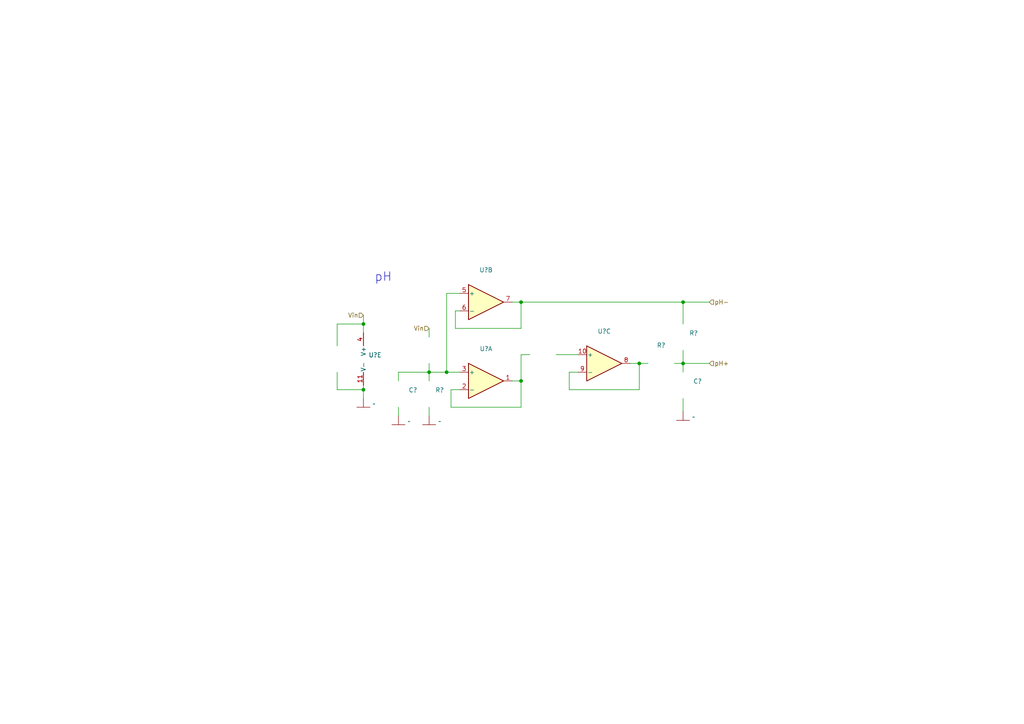
<source format=kicad_sch>
(kicad_sch (version 20211123) (generator eeschema)
  (paper "A4")
  (lib_symbols
    (symbol "Bertha_main-eagle-import:GND" (power) (pin_names (offset 1.016))
      (property "Value" "GND" (at -1.651 -2.54 0))
      (symbol "GND_1_0"
        (polyline (pts (xy -1.905 0) (xy 1.905 0)))
        (pin power_in line (at 0 2.54 270) (length 2.54) (name "GND") (number "1"))
      )
    )
    (symbol "Bertha_main-eagle-import:TLV6004PW" (pin_names (offset 0.127))
      (property "Reference" "U" (at 0 5.08 0))
      (property "Value" "TLV6004PW" (at 0 -5.08 0))
      (symbol "TLV6004PW_1_1"
        (polyline (pts (xy -5.08 5.08) (xy 5.08 0) (xy -5.08 -5.08) (xy -5.08 5.08)) (stroke (width 0.254)) (fill (type background)))
        (pin output line (at 7.62 0 180) (length 2.54) (name "~") (number "1"))
        (pin input line (at -7.62 -2.54 0) (length 2.54) (name "-") (number "2"))
        (pin input line (at -7.62 2.54 0) (length 2.54) (name "+") (number "3"))
      )
      (symbol "TLV6004PW_2_1"
        (polyline (pts (xy -5.08 5.08) (xy 5.08 0) (xy -5.08 -5.08) (xy -5.08 5.08)) (stroke (width 0.254)) (fill (type background)))
        (pin input line (at -7.62 2.54 0) (length 2.54) (name "+") (number "5"))
        (pin input line (at -7.62 -2.54 0) (length 2.54) (name "-") (number "6"))
        (pin output line (at 7.62 0 180) (length 2.54) (name "~") (number "7"))
      )
      (symbol "TLV6004PW_3_1"
        (polyline (pts (xy -5.08 5.08) (xy 5.08 0) (xy -5.08 -5.08) (xy -5.08 5.08)) (stroke (width 0.254)) (fill (type background)))
        (pin input line (at -7.62 2.54 0) (length 2.54) (name "+") (number "10"))
        (pin output line (at 7.62 0 180) (length 2.54) (name "~") (number "8"))
        (pin input line (at -7.62 -2.54 0) (length 2.54) (name "-") (number "9"))
      )
      (symbol "TLV6004PW_4_1"
        (polyline (pts (xy -5.08 5.08) (xy 5.08 0) (xy -5.08 -5.08) (xy -5.08 5.08)) (stroke (width 0.254)) (fill (type background)))
        (pin input line (at -7.62 2.54 0) (length 2.54) (name "+") (number "12"))
        (pin input line (at -7.62 -2.54 0) (length 2.54) (name "-") (number "13"))
        (pin output line (at 7.62 0 180) (length 2.54) (name "~") (number "14"))
      )
      (symbol "TLV6004PW_5_1"
        (pin power_in line (at -2.54 -7.62 90) (length 3.81) (name "V-") (number "11"))
        (pin power_in line (at -2.54 7.62 270) (length 3.81) (name "V+") (number "4"))
      )
    )
  )
  (junction (at 151.13 87.63))
  (junction (at 151.13 110.49))
  (junction (at 124.46 107.95))
  (junction (at 198.12 87.63))
  (junction (at 185.42 105.41))
  (junction (at 198.12 105.41))
  (junction (at 105.41 113.03))
  (junction (at 105.41 93.98))
  (junction (at 129.54 107.95))
  (wire (pts (xy 124.46 107.95) (xy 129.54 107.95)))
  (wire (pts (xy 151.13 87.63) (xy 198.12 87.63)))
  (wire (pts (xy 105.41 93.98) (xy 105.41 91.44)))
  (wire (pts (xy 151.13 102.87) (xy 151.13 110.49)))
  (wire (pts (xy 205.74 87.63) (xy 198.12 87.63)))
  (wire (pts (xy 187.96 105.41) (xy 185.42 105.41)))
  (wire (pts (xy 97.79 93.98) (xy 97.79 100.33)))
  (wire (pts (xy 115.57 120.65) (xy 115.57 118.11)))
  (wire (pts (xy 165.1 113.03) (xy 185.42 113.03)))
  (wire (pts (xy 105.41 93.98) (xy 97.79 93.98)))
  (wire (pts (xy 133.35 90.17) (xy 132.08 90.17)))
  (wire (pts (xy 198.12 105.41) (xy 198.12 107.95)))
  (wire (pts (xy 129.54 85.09) (xy 129.54 107.95)))
  (wire (pts (xy 185.42 105.41) (xy 182.88 105.41)))
  (wire (pts (xy 97.79 107.95) (xy 97.79 113.03)))
  (wire (pts (xy 124.46 105.41) (xy 124.46 107.95)))
  (wire (pts (xy 132.08 90.17) (xy 132.08 95.25)))
  (wire (pts (xy 105.41 115.57) (xy 105.41 113.03)))
  (wire (pts (xy 167.64 102.87) (xy 161.29 102.87)))
  (wire (pts (xy 198.12 101.6) (xy 198.12 105.41)))
  (wire (pts (xy 153.67 102.87) (xy 151.13 102.87)))
  (wire (pts (xy 198.12 115.57) (xy 198.12 119.38)))
  (wire (pts (xy 130.81 118.11) (xy 151.13 118.11)))
  (wire (pts (xy 124.46 97.79) (xy 124.46 95.25)))
  (wire (pts (xy 151.13 110.49) (xy 148.59 110.49)))
  (wire (pts (xy 124.46 120.65) (xy 124.46 118.11)))
  (wire (pts (xy 185.42 113.03) (xy 185.42 105.41)))
  (wire (pts (xy 133.35 113.03) (xy 130.81 113.03)))
  (wire (pts (xy 130.81 113.03) (xy 130.81 118.11)))
  (wire (pts (xy 132.08 95.25) (xy 151.13 95.25)))
  (wire (pts (xy 133.35 85.09) (xy 129.54 85.09)))
  (wire (pts (xy 105.41 113.03) (xy 105.41 111.76)))
  (wire (pts (xy 97.79 113.03) (xy 105.41 113.03)))
  (wire (pts (xy 195.58 105.41) (xy 198.12 105.41)))
  (wire (pts (xy 115.57 107.95) (xy 124.46 107.95)))
  (wire (pts (xy 198.12 87.63) (xy 198.12 93.98)))
  (wire (pts (xy 151.13 95.25) (xy 151.13 87.63)))
  (wire (pts (xy 105.41 96.52) (xy 105.41 93.98)))
  (wire (pts (xy 115.57 110.49) (xy 115.57 107.95)))
  (wire (pts (xy 151.13 87.63) (xy 148.59 87.63)))
  (wire (pts (xy 151.13 118.11) (xy 151.13 110.49)))
  (wire (pts (xy 124.46 107.95) (xy 124.46 110.49)))
  (wire (pts (xy 167.64 107.95) (xy 165.1 107.95)))
  (wire (pts (xy 129.54 107.95) (xy 133.35 107.95)))
  (wire (pts (xy 205.74 105.41) (xy 198.12 105.41)))
  (wire (pts (xy 165.1 107.95) (xy 165.1 113.03)))
  (text "pH" (at 108.585 81.915 0) (effects (font (size 2.54 2.54)) (justify left bottom)))
  (hierarchical_label "Vin" (shape input) (at 105.41 91.44 180))
  (hierarchical_label "Vin" (shape input) (at 124.46 95.25 180))
  (hierarchical_label "pH+" (shape input) (at 205.74 105.41 0))
  (hierarchical_label "pH-" (shape input) (at 205.74 87.63 0))
  (symbol (lib_id "Bertha_main-eagle-import:TLV6004PW") (at 140.97 87.63 0) (unit 2)
    (property "Reference" "U?" (at 140.97 78.3082 0))
    (property "Datasheet" "http://www.ti.com/lit/ds/symlink/tlv9004.pdf" (effects hide))
  )
  (symbol (lib_id "pHMeter-rescue:C-Device") (at 115.57 114.3 0) (unit 1)
    (property "Reference" "C?" (at 118.491 113.1316 0) (effects (justify left)))
    (property "Datasheet" "https://www.mouser.com/datasheet/2/445/885012207072-1727745.pdf" (effects hide))
    (property "Description" "Multilayer Ceramic Capacitors MLCC - SMD/SMT WCAP-CSGP 0.1uF 0805 10% 25V MLCC " (effects hide))
    (property "MFN" "Wurth Elektronik " (effects hide))
    (property "MFP" "885012207072" (effects hide))
    (property "S1PL" "https://www.mouser.com/ProductDetail/Wurth-Elektronik/885012207072?qs=0KOYDY2FL28rQMV4504TxA%3D%3D" (effects hide))
    (property "S1PN" "710-885012207072 " (effects hide))
  )
  (symbol (lib_id "pHMeter-rescue:R-Device") (at 124.46 101.6 180) (unit 1)
    (property "Reference" "R?" (at 126.238 100.4316 0) (effects (justify right)))
  )
  (symbol (lib_id "Bertha_main-eagle-import:GND") (at 115.57 123.19 0) (unit 1)
    (property "Reference" "#?" (effects hide))
  )
  (symbol (lib_id "Bertha_main-eagle-import:GND") (at 124.46 123.19 0) (unit 1)
    (property "Reference" "#?" (effects hide))
  )
  (symbol (lib_id "pHMeter-rescue:Conn_Coaxial_Power-Connector") (at 158.75 102.87 270) (unit 1)
    (property "Reference" "J?" (at 157.48 97.3582 90))
    (property "Datasheet" "https://www.mouser.com/datasheet/2/18/112404-714699.pdf" (effects hide))
    (property "Description" "RF Connectors / Coaxial Connectors BNC ST PCB JACK 50 OHM TF-4 POST " (effects hide))
    (property "MFN" "Amphenol RF " (effects hide))
    (property "MFP" "112404 " (effects hide))
    (property "S1PL" "https://www.mouser.com/ProductDetail/Amphenol-RF/112404?qs=sGAEpiMZZMvlX3nhDDO4ALoCC5VwNXaExnhG12ncsBA=" (effects hide))
    (property "S1PN" "523-112404" (effects hide))
  )
  (symbol (lib_id "Bertha_main-eagle-import:TLV6004PW") (at 175.26 105.41 0) (unit 3)
    (property "Reference" "U?" (at 175.26 96.0882 0))
    (property "Datasheet" "http://www.ti.com/lit/ds/symlink/tlv9004.pdf" (effects hide))
  )
  (symbol (lib_id "pHMeter-rescue:R-Device") (at 191.77 105.41 270) (unit 1)
    (property "Reference" "R?" (at 191.77 100.1522 90))
  )
  (symbol (lib_id "pHMeter-rescue:R-Device") (at 198.12 97.79 0) (unit 1)
    (property "Reference" "R?" (at 199.898 96.6216 0) (effects (justify left)))
  )
  (symbol (lib_id "pHMeter-rescue:C-Device") (at 198.12 111.76 0) (unit 1)
    (property "Reference" "C?" (at 201.041 110.5916 0) (effects (justify left)))
    (property "Datasheet" "https://www.mouser.com/datasheet/2/585/MLCC-1837944.pdf" (effects hide))
    (property "Description" "Multilayer Ceramic Capacitors MLCC - SMD/SMT 6.3V 22uF X5R 10% 0805" (effects hide))
    (property "MFN" "Samsung Electro-Mechanics " (effects hide))
    (property "MFP" "CL21A226KQCLRNC" (effects hide))
    (property "S1PL" "https://www.mouser.com/ProductDetail/Samsung-Electro-Mechanics/CL21A226KQCLRNC?qs=xZ%2FP%252Ba9zWqYG0ePGTF%2FymQ%3D%3D" (effects hide))
    (property "S1PN" " 187-CL21A226KQCLRNC " (effects hide))
  )
  (symbol (lib_id "Bertha_main-eagle-import:TLV6004PW") (at 107.95 104.14 0) (unit 5)
    (property "Reference" "U?" (at 106.8832 102.9716 0) (effects (justify left)))
    (property "Datasheet" "http://www.ti.com/lit/ds/symlink/tlv9004.pdf" (effects hide))
  )
  (symbol (lib_id "Bertha_main-eagle-import:GND") (at 105.41 118.11 0) (unit 1)
    (property "Reference" "#?" (effects hide))
  )
  (symbol (lib_id "pHMeter-rescue:C-Device") (at 97.79 104.14 0) (unit 1)
    (property "Reference" "C?" (at 100.711 102.9716 0) (effects (justify left)))
    (property "Datasheet" "https://www.mouser.com/datasheet/2/445/885012207072-1727745.pdf" (effects hide))
    (property "Description" "Multilayer Ceramic Capacitors MLCC - SMD/SMT WCAP-CSGP 0.1uF 0805 10% 25V MLCC " (effects hide))
    (property "MFN" "Wurth Elektronik " (effects hide))
    (property "MFP" "885012207072" (effects hide))
    (property "S1PL" "https://www.mouser.com/ProductDetail/Wurth-Elektronik/885012207072?qs=0KOYDY2FL28rQMV4504TxA%3D%3D" (effects hide))
    (property "S1PN" "710-885012207072 " (effects hide))
  )
  (symbol (lib_id "Bertha_main-eagle-import:GND") (at 198.12 121.92 0) (unit 1)
    (property "Reference" "#U?" (effects hide))
  )
  (symbol (lib_id "Bertha_main-eagle-import:TLV6004PW") (at 140.97 110.49 0) (unit 1)
    (property "Reference" "U?" (at 140.97 101.1682 0))
    (property "Datasheet" "http://www.ti.com/lit/ds/symlink/tlv9004.pdf" (effects hide))
  )
  (symbol (lib_id "pHMeter-rescue:R-Device") (at 124.46 114.3 0) (unit 1)
    (property "Reference" "R?" (at 126.238 113.1316 0) (effects (justify left)))
  )
)
</source>
